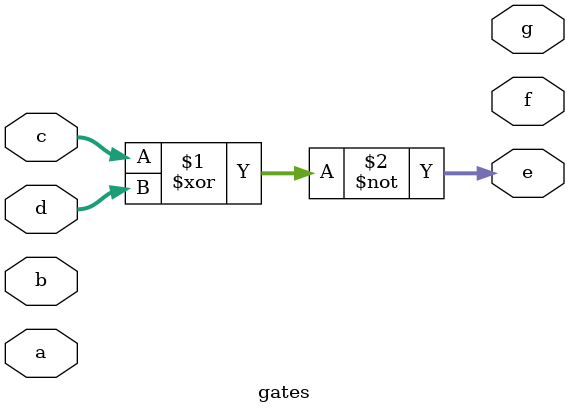
<source format=v>

module gates(input a, input b, input [3:0] c, input [3:0] d, output [3:0] e,
output f, output g);

/* assign f = ~(a^b); */
/* assign g = ~^c; */
assign e = ~(c^d);

endmodule



</source>
